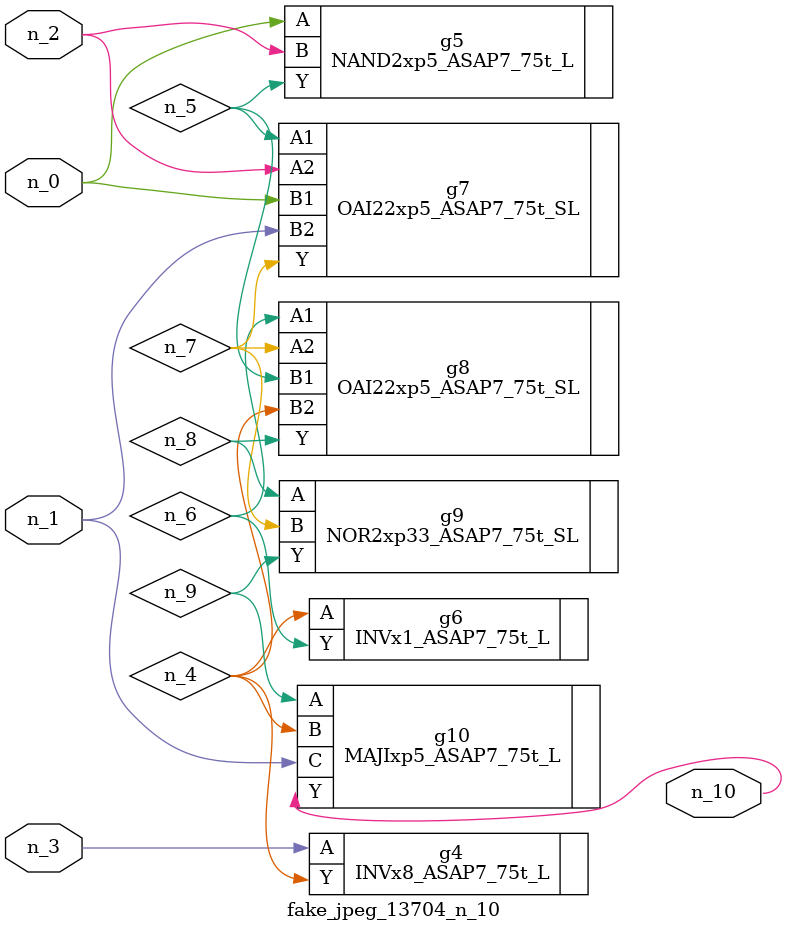
<source format=v>
module fake_jpeg_13704_n_10 (n_0, n_3, n_2, n_1, n_10);

input n_0;
input n_3;
input n_2;
input n_1;

output n_10;

wire n_4;
wire n_8;
wire n_9;
wire n_6;
wire n_5;
wire n_7;

INVx8_ASAP7_75t_L g4 ( 
.A(n_3),
.Y(n_4)
);

NAND2xp5_ASAP7_75t_L g5 ( 
.A(n_0),
.B(n_2),
.Y(n_5)
);

INVx1_ASAP7_75t_L g6 ( 
.A(n_4),
.Y(n_6)
);

OAI22xp5_ASAP7_75t_SL g8 ( 
.A1(n_6),
.A2(n_7),
.B1(n_5),
.B2(n_4),
.Y(n_8)
);

OAI22xp5_ASAP7_75t_SL g7 ( 
.A1(n_5),
.A2(n_2),
.B1(n_0),
.B2(n_1),
.Y(n_7)
);

NOR2xp33_ASAP7_75t_SL g9 ( 
.A(n_8),
.B(n_7),
.Y(n_9)
);

MAJIxp5_ASAP7_75t_L g10 ( 
.A(n_9),
.B(n_4),
.C(n_1),
.Y(n_10)
);


endmodule
</source>
